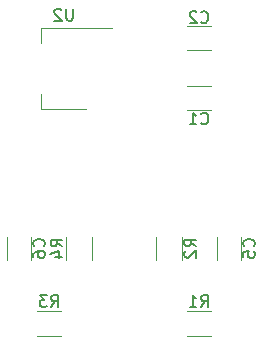
<source format=gbr>
G04 #@! TF.FileFunction,Legend,Bot*
%FSLAX46Y46*%
G04 Gerber Fmt 4.6, Leading zero omitted, Abs format (unit mm)*
G04 Created by KiCad (PCBNEW 4.0.7) date Saturday, February 10, 2018 'PMt' 05:25:13 PM*
%MOMM*%
%LPD*%
G01*
G04 APERTURE LIST*
%ADD10C,0.100000*%
%ADD11C,0.120000*%
%ADD12C,0.150000*%
G04 APERTURE END LIST*
D10*
D11*
X134890000Y-87430000D02*
X136890000Y-87430000D01*
X136890000Y-85290000D02*
X134890000Y-85290000D01*
X132280000Y-79010000D02*
X132280000Y-81010000D01*
X134420000Y-81010000D02*
X134420000Y-79010000D01*
X136890000Y-68330000D02*
X134890000Y-68330000D01*
X134890000Y-66290000D02*
X136890000Y-66290000D01*
X134890000Y-61210000D02*
X136890000Y-61210000D01*
X136890000Y-63250000D02*
X134890000Y-63250000D01*
X139450000Y-79010000D02*
X139450000Y-81010000D01*
X137410000Y-81010000D02*
X137410000Y-79010000D01*
X121670000Y-79010000D02*
X121670000Y-81010000D01*
X119630000Y-81010000D02*
X119630000Y-79010000D01*
X122190000Y-87430000D02*
X124190000Y-87430000D01*
X124190000Y-85290000D02*
X122190000Y-85290000D01*
X126800000Y-81010000D02*
X126800000Y-79010000D01*
X124660000Y-79010000D02*
X124660000Y-81010000D01*
X122550000Y-68180000D02*
X122550000Y-66920000D01*
X122550000Y-61360000D02*
X122550000Y-62620000D01*
X126310000Y-68180000D02*
X122550000Y-68180000D01*
X128560000Y-61360000D02*
X122550000Y-61360000D01*
D12*
X136056666Y-84962381D02*
X136390000Y-84486190D01*
X136628095Y-84962381D02*
X136628095Y-83962381D01*
X136247142Y-83962381D01*
X136151904Y-84010000D01*
X136104285Y-84057619D01*
X136056666Y-84152857D01*
X136056666Y-84295714D01*
X136104285Y-84390952D01*
X136151904Y-84438571D01*
X136247142Y-84486190D01*
X136628095Y-84486190D01*
X135104285Y-84962381D02*
X135675714Y-84962381D01*
X135390000Y-84962381D02*
X135390000Y-83962381D01*
X135485238Y-84105238D01*
X135580476Y-84200476D01*
X135675714Y-84248095D01*
X135652381Y-79843334D02*
X135176190Y-79510000D01*
X135652381Y-79271905D02*
X134652381Y-79271905D01*
X134652381Y-79652858D01*
X134700000Y-79748096D01*
X134747619Y-79795715D01*
X134842857Y-79843334D01*
X134985714Y-79843334D01*
X135080952Y-79795715D01*
X135128571Y-79748096D01*
X135176190Y-79652858D01*
X135176190Y-79271905D01*
X134747619Y-80224286D02*
X134700000Y-80271905D01*
X134652381Y-80367143D01*
X134652381Y-80605239D01*
X134700000Y-80700477D01*
X134747619Y-80748096D01*
X134842857Y-80795715D01*
X134938095Y-80795715D01*
X135080952Y-80748096D01*
X135652381Y-80176667D01*
X135652381Y-80795715D01*
X136056666Y-69417143D02*
X136104285Y-69464762D01*
X136247142Y-69512381D01*
X136342380Y-69512381D01*
X136485238Y-69464762D01*
X136580476Y-69369524D01*
X136628095Y-69274286D01*
X136675714Y-69083810D01*
X136675714Y-68940952D01*
X136628095Y-68750476D01*
X136580476Y-68655238D01*
X136485238Y-68560000D01*
X136342380Y-68512381D01*
X136247142Y-68512381D01*
X136104285Y-68560000D01*
X136056666Y-68607619D01*
X135104285Y-69512381D02*
X135675714Y-69512381D01*
X135390000Y-69512381D02*
X135390000Y-68512381D01*
X135485238Y-68655238D01*
X135580476Y-68750476D01*
X135675714Y-68798095D01*
X136056666Y-60837143D02*
X136104285Y-60884762D01*
X136247142Y-60932381D01*
X136342380Y-60932381D01*
X136485238Y-60884762D01*
X136580476Y-60789524D01*
X136628095Y-60694286D01*
X136675714Y-60503810D01*
X136675714Y-60360952D01*
X136628095Y-60170476D01*
X136580476Y-60075238D01*
X136485238Y-59980000D01*
X136342380Y-59932381D01*
X136247142Y-59932381D01*
X136104285Y-59980000D01*
X136056666Y-60027619D01*
X135675714Y-60027619D02*
X135628095Y-59980000D01*
X135532857Y-59932381D01*
X135294761Y-59932381D01*
X135199523Y-59980000D01*
X135151904Y-60027619D01*
X135104285Y-60122857D01*
X135104285Y-60218095D01*
X135151904Y-60360952D01*
X135723333Y-60932381D01*
X135104285Y-60932381D01*
X140537143Y-79843334D02*
X140584762Y-79795715D01*
X140632381Y-79652858D01*
X140632381Y-79557620D01*
X140584762Y-79414762D01*
X140489524Y-79319524D01*
X140394286Y-79271905D01*
X140203810Y-79224286D01*
X140060952Y-79224286D01*
X139870476Y-79271905D01*
X139775238Y-79319524D01*
X139680000Y-79414762D01*
X139632381Y-79557620D01*
X139632381Y-79652858D01*
X139680000Y-79795715D01*
X139727619Y-79843334D01*
X139632381Y-80748096D02*
X139632381Y-80271905D01*
X140108571Y-80224286D01*
X140060952Y-80271905D01*
X140013333Y-80367143D01*
X140013333Y-80605239D01*
X140060952Y-80700477D01*
X140108571Y-80748096D01*
X140203810Y-80795715D01*
X140441905Y-80795715D01*
X140537143Y-80748096D01*
X140584762Y-80700477D01*
X140632381Y-80605239D01*
X140632381Y-80367143D01*
X140584762Y-80271905D01*
X140537143Y-80224286D01*
X122757143Y-79843334D02*
X122804762Y-79795715D01*
X122852381Y-79652858D01*
X122852381Y-79557620D01*
X122804762Y-79414762D01*
X122709524Y-79319524D01*
X122614286Y-79271905D01*
X122423810Y-79224286D01*
X122280952Y-79224286D01*
X122090476Y-79271905D01*
X121995238Y-79319524D01*
X121900000Y-79414762D01*
X121852381Y-79557620D01*
X121852381Y-79652858D01*
X121900000Y-79795715D01*
X121947619Y-79843334D01*
X121852381Y-80700477D02*
X121852381Y-80510000D01*
X121900000Y-80414762D01*
X121947619Y-80367143D01*
X122090476Y-80271905D01*
X122280952Y-80224286D01*
X122661905Y-80224286D01*
X122757143Y-80271905D01*
X122804762Y-80319524D01*
X122852381Y-80414762D01*
X122852381Y-80605239D01*
X122804762Y-80700477D01*
X122757143Y-80748096D01*
X122661905Y-80795715D01*
X122423810Y-80795715D01*
X122328571Y-80748096D01*
X122280952Y-80700477D01*
X122233333Y-80605239D01*
X122233333Y-80414762D01*
X122280952Y-80319524D01*
X122328571Y-80271905D01*
X122423810Y-80224286D01*
X123356666Y-84962381D02*
X123690000Y-84486190D01*
X123928095Y-84962381D02*
X123928095Y-83962381D01*
X123547142Y-83962381D01*
X123451904Y-84010000D01*
X123404285Y-84057619D01*
X123356666Y-84152857D01*
X123356666Y-84295714D01*
X123404285Y-84390952D01*
X123451904Y-84438571D01*
X123547142Y-84486190D01*
X123928095Y-84486190D01*
X123023333Y-83962381D02*
X122404285Y-83962381D01*
X122737619Y-84343333D01*
X122594761Y-84343333D01*
X122499523Y-84390952D01*
X122451904Y-84438571D01*
X122404285Y-84533810D01*
X122404285Y-84771905D01*
X122451904Y-84867143D01*
X122499523Y-84914762D01*
X122594761Y-84962381D01*
X122880476Y-84962381D01*
X122975714Y-84914762D01*
X123023333Y-84867143D01*
X124332381Y-79843334D02*
X123856190Y-79510000D01*
X124332381Y-79271905D02*
X123332381Y-79271905D01*
X123332381Y-79652858D01*
X123380000Y-79748096D01*
X123427619Y-79795715D01*
X123522857Y-79843334D01*
X123665714Y-79843334D01*
X123760952Y-79795715D01*
X123808571Y-79748096D01*
X123856190Y-79652858D01*
X123856190Y-79271905D01*
X123665714Y-80700477D02*
X124332381Y-80700477D01*
X123284762Y-80462381D02*
X123999048Y-80224286D01*
X123999048Y-80843334D01*
X125221905Y-59722381D02*
X125221905Y-60531905D01*
X125174286Y-60627143D01*
X125126667Y-60674762D01*
X125031429Y-60722381D01*
X124840952Y-60722381D01*
X124745714Y-60674762D01*
X124698095Y-60627143D01*
X124650476Y-60531905D01*
X124650476Y-59722381D01*
X124221905Y-59817619D02*
X124174286Y-59770000D01*
X124079048Y-59722381D01*
X123840952Y-59722381D01*
X123745714Y-59770000D01*
X123698095Y-59817619D01*
X123650476Y-59912857D01*
X123650476Y-60008095D01*
X123698095Y-60150952D01*
X124269524Y-60722381D01*
X123650476Y-60722381D01*
M02*

</source>
